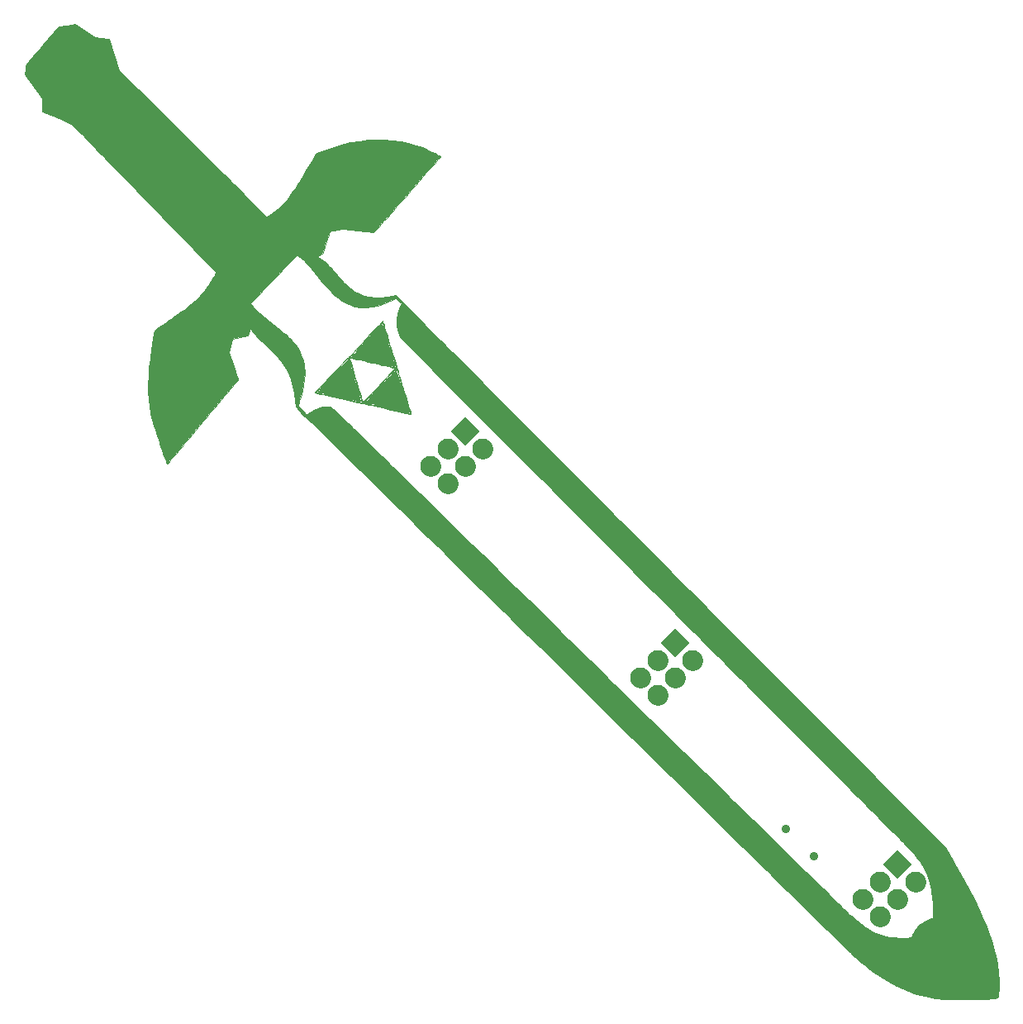
<source format=gbr>
G04 #@! TF.GenerationSoftware,KiCad,Pcbnew,5.1.2*
G04 #@! TF.CreationDate,2019-07-14T10:42:41-05:00*
G04 #@! TF.ProjectId,Master_Sword_(Ocarina_of_Time),4d617374-6572-45f5-9377-6f72645f284f,rev?*
G04 #@! TF.SameCoordinates,Original*
G04 #@! TF.FileFunction,Soldermask,Top*
G04 #@! TF.FilePolarity,Negative*
%FSLAX46Y46*%
G04 Gerber Fmt 4.6, Leading zero omitted, Abs format (unit mm)*
G04 Created by KiCad (PCBNEW 5.1.2) date 2019-07-14 10:42:41*
%MOMM*%
%LPD*%
G04 APERTURE LIST*
%ADD10C,0.010000*%
%ADD11C,6.400000*%
%ADD12C,2.100000*%
%ADD13C,2.100000*%
%ADD14C,0.100000*%
%ADD15C,0.900000*%
%ADD16C,1.300000*%
G04 APERTURE END LIST*
D10*
G36*
X82166020Y-47679978D02*
G01*
X82203862Y-47478058D01*
X82242220Y-47303401D01*
X82276561Y-47174943D01*
X82301913Y-47112177D01*
X82337944Y-47069348D01*
X82424384Y-46968426D01*
X82556168Y-46815278D01*
X82728230Y-46615771D01*
X82935502Y-46375771D01*
X83172919Y-46101146D01*
X83435415Y-45797762D01*
X83717923Y-45471486D01*
X83965259Y-45186010D01*
X85579684Y-43323167D01*
X86413223Y-43189866D01*
X87246761Y-43056565D01*
X88296749Y-43725782D01*
X89346737Y-44395000D01*
X89933952Y-44462867D01*
X90159593Y-44489381D01*
X90365396Y-44514362D01*
X90531470Y-44535338D01*
X90637925Y-44549840D01*
X90652003Y-44552020D01*
X90782840Y-44573306D01*
X91791166Y-47795872D01*
X98204666Y-54153863D01*
X98838752Y-54782434D01*
X99466505Y-55404674D01*
X100084485Y-56017176D01*
X100689252Y-56616533D01*
X101277367Y-57199336D01*
X101845388Y-57762178D01*
X102389877Y-58301650D01*
X102907392Y-58814346D01*
X103394494Y-59296858D01*
X103847743Y-59745778D01*
X104263698Y-60157697D01*
X104638920Y-60529210D01*
X104969968Y-60856906D01*
X105253403Y-61137380D01*
X105485784Y-61367223D01*
X105663671Y-61543027D01*
X105746889Y-61625172D01*
X106875613Y-62738490D01*
X107059223Y-62645120D01*
X107358779Y-62471433D01*
X107686856Y-62244417D01*
X108023403Y-61980092D01*
X108348371Y-61694479D01*
X108641712Y-61403598D01*
X108720878Y-61317335D01*
X108878634Y-61137567D01*
X109029950Y-60956835D01*
X109179372Y-60768330D01*
X109331446Y-60565244D01*
X109490716Y-60340767D01*
X109661729Y-60088092D01*
X109849030Y-59800409D01*
X110057164Y-59470910D01*
X110290678Y-59092786D01*
X110554116Y-58659228D01*
X110852025Y-58163429D01*
X111068323Y-57801167D01*
X111224492Y-57541673D01*
X111385567Y-57278513D01*
X111539628Y-57030846D01*
X111674757Y-56817832D01*
X111779035Y-56658632D01*
X111779348Y-56658167D01*
X112036270Y-56277167D01*
X112557732Y-56070982D01*
X113553655Y-55704703D01*
X114516234Y-55407966D01*
X115456714Y-55178341D01*
X116386341Y-55013395D01*
X117316361Y-54910697D01*
X118109894Y-54870667D01*
X118983670Y-54874034D01*
X119808137Y-54929856D01*
X120602972Y-55041502D01*
X121387853Y-55212346D01*
X122182459Y-55445756D01*
X122842666Y-55681442D01*
X122986539Y-55740379D01*
X123172609Y-55822329D01*
X123388471Y-55921226D01*
X123621719Y-56031003D01*
X123859949Y-56145594D01*
X124090755Y-56258932D01*
X124301732Y-56364951D01*
X124480475Y-56457585D01*
X124614578Y-56530766D01*
X124691638Y-56578429D01*
X124705333Y-56592337D01*
X124677889Y-56626780D01*
X124597879Y-56720703D01*
X124468789Y-56870125D01*
X124294102Y-57071068D01*
X124077304Y-57319554D01*
X123821879Y-57611604D01*
X123531312Y-57943239D01*
X123209088Y-58310480D01*
X122858690Y-58709348D01*
X122483604Y-59135866D01*
X122087315Y-59586054D01*
X121673306Y-60055933D01*
X121456250Y-60302112D01*
X121030605Y-60784761D01*
X120618163Y-61252453D01*
X120222665Y-61700944D01*
X119847853Y-62125990D01*
X119497470Y-62523348D01*
X119175255Y-62888774D01*
X118884953Y-63218025D01*
X118630303Y-63506855D01*
X118415049Y-63751023D01*
X118242931Y-63946284D01*
X118117691Y-64088394D01*
X118043072Y-64173109D01*
X118027276Y-64191068D01*
X117847385Y-64395862D01*
X116276031Y-64213521D01*
X114704676Y-64031181D01*
X114071269Y-64131328D01*
X113846119Y-64169199D01*
X113648649Y-64206680D01*
X113495010Y-64240378D01*
X113401353Y-64266902D01*
X113382569Y-64275988D01*
X113352640Y-64329956D01*
X113305091Y-64450884D01*
X113245051Y-64624177D01*
X113177652Y-64835243D01*
X113128787Y-64997834D01*
X113050361Y-65264433D01*
X112968719Y-65540212D01*
X112891738Y-65798676D01*
X112827295Y-66013327D01*
X112806127Y-66083176D01*
X112681957Y-66491185D01*
X112401452Y-66673941D01*
X112263275Y-66766082D01*
X112186961Y-66825801D01*
X112162356Y-66865190D01*
X112179305Y-66896343D01*
X112200723Y-66912989D01*
X112463092Y-67101095D01*
X112691396Y-67272952D01*
X112897293Y-67439559D01*
X113092444Y-67611911D01*
X113288507Y-67801007D01*
X113497142Y-68017843D01*
X113730010Y-68273417D01*
X113998768Y-68578726D01*
X114142358Y-68744334D01*
X114504819Y-69155506D01*
X114828888Y-69504015D01*
X115123368Y-69797493D01*
X115397060Y-70043573D01*
X115658766Y-70249884D01*
X115917288Y-70424060D01*
X116181428Y-70573730D01*
X116345548Y-70654608D01*
X116850315Y-70847353D01*
X117405039Y-70978121D01*
X118001329Y-71046283D01*
X118630794Y-71051211D01*
X119285043Y-70992279D01*
X119764729Y-70910363D01*
X120136958Y-70834377D01*
X124404356Y-75112772D01*
X124652597Y-75361691D01*
X124958820Y-75668816D01*
X125321254Y-76032369D01*
X125738127Y-76450573D01*
X126207668Y-76921649D01*
X126728105Y-77443821D01*
X127297668Y-78015310D01*
X127914586Y-78634339D01*
X128577086Y-79299130D01*
X129283398Y-80007906D01*
X130031750Y-80758888D01*
X130820371Y-81550300D01*
X131647491Y-82380363D01*
X132511337Y-83247300D01*
X133410138Y-84149333D01*
X134342124Y-85084684D01*
X135305522Y-86051577D01*
X136298563Y-87048232D01*
X137319473Y-88072873D01*
X138366483Y-89123722D01*
X139437820Y-90199000D01*
X140531714Y-91296932D01*
X141646394Y-92415738D01*
X142780087Y-93553641D01*
X143931024Y-94708864D01*
X145097432Y-95879628D01*
X146277540Y-97064156D01*
X147469577Y-98260671D01*
X148671773Y-99467395D01*
X149882354Y-100682550D01*
X151099551Y-101904358D01*
X152321592Y-103131042D01*
X152568394Y-103378783D01*
X176465034Y-127366398D01*
X177037477Y-128355449D01*
X177656092Y-129436758D01*
X178224005Y-130456190D01*
X178743134Y-131418197D01*
X179215398Y-132327232D01*
X179642718Y-133187745D01*
X180027010Y-134004189D01*
X180370196Y-134781015D01*
X180674192Y-135522676D01*
X180940919Y-136233623D01*
X181172295Y-136918307D01*
X181370240Y-137581181D01*
X181536671Y-138226697D01*
X181673509Y-138859306D01*
X181752047Y-139292834D01*
X181802410Y-139634218D01*
X181846113Y-140007772D01*
X181882114Y-140396500D01*
X181909367Y-140783402D01*
X181926829Y-141151483D01*
X181933455Y-141483743D01*
X181928201Y-141763185D01*
X181914578Y-141938667D01*
X181904971Y-142031821D01*
X181891438Y-142179414D01*
X181876712Y-142351483D01*
X181874976Y-142372584D01*
X181854058Y-142558179D01*
X181827412Y-142665455D01*
X181793472Y-142700655D01*
X181792750Y-142700667D01*
X181728959Y-142734370D01*
X181716055Y-142756269D01*
X181663072Y-142787178D01*
X181533139Y-142817368D01*
X181333974Y-142846344D01*
X181073292Y-142873611D01*
X180758810Y-142898676D01*
X180398244Y-142921042D01*
X179999313Y-142940217D01*
X179569731Y-142955705D01*
X179117216Y-142967011D01*
X178649484Y-142973642D01*
X178299333Y-142975247D01*
X177795443Y-142974070D01*
X177361914Y-142969483D01*
X176984476Y-142960523D01*
X176648859Y-142946229D01*
X176340792Y-142925637D01*
X176046006Y-142897786D01*
X175750230Y-142861712D01*
X175439195Y-142816454D01*
X175098629Y-142761048D01*
X175082000Y-142758236D01*
X174430407Y-142634957D01*
X173808875Y-142489131D01*
X173209261Y-142316782D01*
X172623424Y-142113933D01*
X172043220Y-141876607D01*
X172027779Y-141869300D01*
X172027779Y-136640178D01*
X172467716Y-136635214D01*
X172918217Y-136619874D01*
X173360968Y-136594548D01*
X173777655Y-136559624D01*
X174102534Y-136522031D01*
X174335053Y-136490047D01*
X174543911Y-136460006D01*
X174711869Y-136434486D01*
X174821687Y-136416066D01*
X174849316Y-136410347D01*
X174889244Y-136394678D01*
X174919491Y-136361578D01*
X174944050Y-136297195D01*
X174966918Y-136187676D01*
X174992088Y-136019169D01*
X175017070Y-135828658D01*
X175102086Y-135039902D01*
X175151861Y-134284014D01*
X175165983Y-133573547D01*
X175144040Y-132921055D01*
X175121667Y-132643270D01*
X175002244Y-131795803D01*
X174812350Y-130993286D01*
X174550134Y-130231076D01*
X174213747Y-129504527D01*
X173801336Y-128808995D01*
X173343503Y-128180334D01*
X173324604Y-128157503D01*
X173298513Y-128127577D01*
X173264305Y-128089626D01*
X173221057Y-128042723D01*
X173167845Y-127985939D01*
X173103744Y-127918344D01*
X173027831Y-127839010D01*
X172939182Y-127747009D01*
X172836873Y-127641411D01*
X172719980Y-127521288D01*
X172587578Y-127385711D01*
X172438745Y-127233752D01*
X172272557Y-127064481D01*
X172088088Y-126876971D01*
X171884416Y-126670291D01*
X171660617Y-126443514D01*
X171415765Y-126195711D01*
X171148939Y-125925953D01*
X170859213Y-125633311D01*
X170545664Y-125316857D01*
X170207368Y-124975662D01*
X169843401Y-124608797D01*
X169452839Y-124215333D01*
X169034757Y-123794342D01*
X168588233Y-123344894D01*
X168112343Y-122866062D01*
X167606161Y-122356917D01*
X167068765Y-121816529D01*
X166499230Y-121243970D01*
X165896633Y-120638312D01*
X165260050Y-119998625D01*
X164588556Y-119323981D01*
X163881228Y-118613451D01*
X163137142Y-117866107D01*
X162355373Y-117081019D01*
X161534999Y-116257259D01*
X160675095Y-115393898D01*
X159774737Y-114490008D01*
X158833001Y-113544659D01*
X157848963Y-112556923D01*
X156821700Y-111525872D01*
X155750287Y-110450576D01*
X154633801Y-109330107D01*
X153471318Y-108163537D01*
X152261913Y-106949935D01*
X151004662Y-105688374D01*
X149698643Y-104377925D01*
X148342931Y-103017659D01*
X146936601Y-101606648D01*
X145478731Y-100143962D01*
X143968395Y-98628674D01*
X142404671Y-97059853D01*
X140786635Y-95436573D01*
X139113361Y-93757903D01*
X137383927Y-92022915D01*
X135597409Y-90230680D01*
X133752882Y-88380270D01*
X132008329Y-86630167D01*
X120614538Y-75200167D01*
X120479498Y-74861500D01*
X120314949Y-74345111D01*
X120232477Y-73824673D01*
X120232174Y-73296723D01*
X120314133Y-72757798D01*
X120478447Y-72204437D01*
X120555868Y-72005649D01*
X120686233Y-71689797D01*
X120393768Y-71397332D01*
X120101302Y-71104867D01*
X119577568Y-71360859D01*
X118912344Y-71653867D01*
X118274635Y-71868381D01*
X117661258Y-72004811D01*
X117069031Y-72063570D01*
X116494769Y-72045068D01*
X115935292Y-71949716D01*
X115646000Y-71868901D01*
X115386260Y-71771024D01*
X115088866Y-71634131D01*
X114781714Y-71472792D01*
X114492701Y-71301578D01*
X114270166Y-71150350D01*
X114021136Y-70948370D01*
X113733016Y-70683821D01*
X113413431Y-70364745D01*
X113070007Y-69999185D01*
X112710370Y-69595183D01*
X112342147Y-69160782D01*
X112089168Y-68850167D01*
X111735917Y-68414350D01*
X111425301Y-68042454D01*
X111151933Y-67728673D01*
X110910427Y-67467196D01*
X110695396Y-67252216D01*
X110501453Y-67077925D01*
X110323211Y-66938514D01*
X110302822Y-66923995D01*
X110173280Y-66830030D01*
X110077056Y-66755083D01*
X110029826Y-66711559D01*
X110027655Y-66706224D01*
X110026705Y-66702376D01*
X110009622Y-66715843D01*
X109972988Y-66750129D01*
X109913386Y-66808738D01*
X109827399Y-66895175D01*
X109711608Y-67012943D01*
X109562596Y-67165546D01*
X109376946Y-67356490D01*
X109151240Y-67589277D01*
X108882059Y-67867412D01*
X108565988Y-68194399D01*
X108199607Y-68573742D01*
X107779499Y-69008945D01*
X107565710Y-69230476D01*
X107201921Y-69608111D01*
X106856309Y-69968142D01*
X106533239Y-70305945D01*
X106237075Y-70616900D01*
X105972179Y-70896383D01*
X105742916Y-71139772D01*
X105553649Y-71342444D01*
X105408742Y-71499779D01*
X105312559Y-71607153D01*
X105269464Y-71659944D01*
X105267686Y-71664642D01*
X105306103Y-71706077D01*
X105382185Y-71797185D01*
X105481674Y-71920763D01*
X105516085Y-71964305D01*
X105773452Y-72261720D01*
X106104842Y-72594298D01*
X106508155Y-72960134D01*
X106981291Y-73357325D01*
X107519128Y-73781643D01*
X107952851Y-74117395D01*
X108324862Y-74411807D01*
X108642911Y-74671955D01*
X108914743Y-74904914D01*
X109148107Y-75117760D01*
X109350750Y-75317567D01*
X109530419Y-75511411D01*
X109694861Y-75706368D01*
X109851824Y-75909512D01*
X109857491Y-75917144D01*
X110184179Y-76412635D01*
X110436545Y-76921760D01*
X110617954Y-77455202D01*
X110731769Y-78023646D01*
X110781355Y-78637774D01*
X110784176Y-78860147D01*
X110760174Y-79436945D01*
X110689707Y-80017143D01*
X110569753Y-80617122D01*
X110397291Y-81253266D01*
X110268403Y-81656000D01*
X110104697Y-82142834D01*
X110557598Y-82596539D01*
X111010500Y-83050244D01*
X111306833Y-82855896D01*
X111760312Y-82588007D01*
X112194460Y-82390773D01*
X112605002Y-82265403D01*
X112987665Y-82213104D01*
X113338173Y-82235084D01*
X113431990Y-82255221D01*
X113445651Y-82260412D01*
X113464463Y-82270974D01*
X113489615Y-82288067D01*
X113522297Y-82312850D01*
X113563698Y-82346484D01*
X113615007Y-82390126D01*
X113677412Y-82444938D01*
X113752105Y-82512077D01*
X113840273Y-82592704D01*
X113943106Y-82687977D01*
X114061792Y-82799057D01*
X114197523Y-82927103D01*
X114351485Y-83073274D01*
X114524870Y-83238729D01*
X114718865Y-83424628D01*
X114934661Y-83632131D01*
X115173446Y-83862396D01*
X115436410Y-84116583D01*
X115724741Y-84395853D01*
X116039630Y-84701363D01*
X116382265Y-85034273D01*
X116753835Y-85395743D01*
X117155530Y-85786933D01*
X117588539Y-86209001D01*
X118054051Y-86663107D01*
X118553255Y-87150410D01*
X119087342Y-87672070D01*
X119657498Y-88229247D01*
X120264915Y-88823099D01*
X120910781Y-89454787D01*
X121596286Y-90125468D01*
X122322618Y-90836304D01*
X123090967Y-91588453D01*
X123902523Y-92383075D01*
X124758473Y-93221329D01*
X125660008Y-94104374D01*
X126608317Y-95033370D01*
X127604589Y-96009477D01*
X128650013Y-97033853D01*
X129745779Y-98107659D01*
X130893075Y-99232053D01*
X132093091Y-100408195D01*
X133347016Y-101637245D01*
X134656039Y-102920361D01*
X136021350Y-104258703D01*
X137444138Y-105653432D01*
X138925591Y-107105705D01*
X139686820Y-107851950D01*
X140943473Y-109083867D01*
X142186357Y-110302267D01*
X143414058Y-111505768D01*
X144625163Y-112692984D01*
X145818260Y-113862530D01*
X146991935Y-115013021D01*
X148144775Y-116143074D01*
X149275368Y-117251303D01*
X150382300Y-118336323D01*
X151464159Y-119396750D01*
X152519532Y-120431199D01*
X153547006Y-121438285D01*
X154545168Y-122416624D01*
X155512604Y-123364831D01*
X156447904Y-124281520D01*
X157349652Y-125165309D01*
X158216437Y-126014811D01*
X159046845Y-126828642D01*
X159839463Y-127605417D01*
X160592880Y-128343752D01*
X161305681Y-129042261D01*
X161976454Y-129699561D01*
X162603786Y-130314266D01*
X163186263Y-130884992D01*
X163722474Y-131410354D01*
X164211005Y-131888967D01*
X164650444Y-132319446D01*
X165039376Y-132700408D01*
X165376390Y-133030466D01*
X165660073Y-133308237D01*
X165889011Y-133532335D01*
X166061793Y-133701376D01*
X166177003Y-133813976D01*
X166233231Y-133868748D01*
X166234333Y-133869813D01*
X166564463Y-134179558D01*
X166929139Y-134506263D01*
X167306516Y-134831199D01*
X167674750Y-135135636D01*
X168011998Y-135400847D01*
X168079430Y-135451744D01*
X168564947Y-135784769D01*
X169051840Y-136054321D01*
X169557478Y-136267270D01*
X170099230Y-136430485D01*
X170694465Y-136550837D01*
X170954500Y-136588924D01*
X171252857Y-136617422D01*
X171616722Y-136634377D01*
X172027779Y-136640178D01*
X172027779Y-141869300D01*
X171460508Y-141600829D01*
X170867145Y-141282621D01*
X170254990Y-140918009D01*
X169615899Y-140503014D01*
X168941732Y-140033662D01*
X168224344Y-139505975D01*
X167867953Y-139235166D01*
X167828277Y-139204288D01*
X167785108Y-139169658D01*
X167737283Y-139130135D01*
X167683636Y-139084578D01*
X167623005Y-139031847D01*
X167554224Y-138970800D01*
X167476130Y-138900297D01*
X167387560Y-138819196D01*
X167287348Y-138726357D01*
X167174331Y-138620639D01*
X167047345Y-138500900D01*
X166905225Y-138366000D01*
X166746809Y-138214798D01*
X166570931Y-138046153D01*
X166376428Y-137858924D01*
X166162135Y-137651970D01*
X165926889Y-137424150D01*
X165669526Y-137174324D01*
X165388881Y-136901349D01*
X165083791Y-136604086D01*
X164753091Y-136281394D01*
X164395617Y-135932131D01*
X164010206Y-135555156D01*
X163595694Y-135149329D01*
X163150915Y-134713509D01*
X162674708Y-134246554D01*
X162165906Y-133747324D01*
X161623346Y-133214679D01*
X161045865Y-132647475D01*
X160432298Y-132044574D01*
X159781481Y-131404834D01*
X159092250Y-130727115D01*
X158363441Y-130010274D01*
X157593891Y-129253171D01*
X156782434Y-128454666D01*
X155927907Y-127613618D01*
X155029146Y-126728884D01*
X154084987Y-125799325D01*
X153094266Y-124823800D01*
X152055819Y-123801168D01*
X150968482Y-122730287D01*
X149831090Y-121610016D01*
X148642480Y-120439216D01*
X147401488Y-119216745D01*
X146106949Y-117941461D01*
X144757700Y-116612225D01*
X143352577Y-115227895D01*
X141890415Y-113787329D01*
X140370050Y-112289388D01*
X139106635Y-111044588D01*
X137806353Y-109763530D01*
X136520654Y-108496984D01*
X135250864Y-107246256D01*
X133998311Y-106012647D01*
X132764321Y-104797463D01*
X131550221Y-103602007D01*
X130357337Y-102427583D01*
X129186997Y-101275496D01*
X128040526Y-100147048D01*
X126919252Y-99043544D01*
X125824500Y-97966288D01*
X124757599Y-96916584D01*
X123719875Y-95895735D01*
X122712653Y-94905046D01*
X121737262Y-93945820D01*
X120795027Y-93019362D01*
X119887275Y-92126975D01*
X119015334Y-91269963D01*
X118180529Y-90449630D01*
X117384188Y-89667280D01*
X116627636Y-88924217D01*
X115912201Y-88221744D01*
X115239210Y-87561167D01*
X114609989Y-86943788D01*
X114025865Y-86370911D01*
X113488164Y-85843841D01*
X112998213Y-85363881D01*
X112557339Y-84932335D01*
X112166869Y-84550508D01*
X111828129Y-84219703D01*
X111542446Y-83941223D01*
X111311146Y-83716373D01*
X111135557Y-83546457D01*
X111017005Y-83432779D01*
X110956816Y-83376643D01*
X110949107Y-83370500D01*
X110899693Y-83340158D01*
X110805217Y-83255901D01*
X110675964Y-83127883D01*
X110522222Y-82966258D01*
X110370124Y-82799000D01*
X109860898Y-82227500D01*
X109808724Y-81681993D01*
X109703163Y-80857940D01*
X109549127Y-80098831D01*
X109344247Y-79398597D01*
X109086152Y-78751169D01*
X108772475Y-78150479D01*
X108400843Y-77590457D01*
X108034588Y-77138445D01*
X107937008Y-77034955D01*
X107787885Y-76885890D01*
X107598663Y-76702252D01*
X107380785Y-76495043D01*
X107145695Y-76275266D01*
X106938830Y-76084916D01*
X106477337Y-75652774D01*
X106080822Y-75258538D01*
X105751044Y-74904083D01*
X105489767Y-74591289D01*
X105329975Y-74370386D01*
X105262952Y-74275706D01*
X105216503Y-74222298D01*
X105205718Y-74217504D01*
X105189514Y-74261848D01*
X105157611Y-74369210D01*
X105115521Y-74520645D01*
X105091587Y-74609948D01*
X104991348Y-74988500D01*
X103348166Y-75284834D01*
X103209845Y-75981379D01*
X103071523Y-76677923D01*
X103519162Y-78048509D01*
X103624524Y-78373220D01*
X103720304Y-78672486D01*
X103803557Y-78936780D01*
X103871334Y-79156570D01*
X103920688Y-79322328D01*
X103948672Y-79424524D01*
X103953817Y-79453869D01*
X103925340Y-79490430D01*
X103846187Y-79587134D01*
X103720231Y-79739372D01*
X103551344Y-79942533D01*
X103343397Y-80192007D01*
X103100262Y-80483183D01*
X102825812Y-80811452D01*
X102523918Y-81172202D01*
X102198452Y-81560825D01*
X101853286Y-81972708D01*
X101492291Y-82403243D01*
X101119340Y-82847818D01*
X100738305Y-83301825D01*
X100353057Y-83760651D01*
X99967469Y-84219687D01*
X99585411Y-84674324D01*
X99210757Y-85119949D01*
X98847378Y-85551954D01*
X98499145Y-85965728D01*
X98169932Y-86356661D01*
X97863608Y-86720142D01*
X97584048Y-87051561D01*
X97335122Y-87346308D01*
X97120701Y-87599773D01*
X96944660Y-87807345D01*
X96810868Y-87964414D01*
X96723198Y-88066369D01*
X96685522Y-88108602D01*
X96684536Y-88109442D01*
X96664001Y-88075584D01*
X96620627Y-87969655D01*
X96557278Y-87800258D01*
X96476819Y-87575993D01*
X96382113Y-87305461D01*
X96276026Y-86997262D01*
X96161420Y-86659999D01*
X96041162Y-86302271D01*
X95918114Y-85932680D01*
X95795142Y-85559827D01*
X95675109Y-85192312D01*
X95560880Y-84838737D01*
X95455320Y-84507702D01*
X95361292Y-84207809D01*
X95281661Y-83947658D01*
X95219291Y-83735851D01*
X95178973Y-83588558D01*
X95019169Y-82889511D01*
X94896518Y-82181747D01*
X94811100Y-81457855D01*
X94762995Y-80710421D01*
X94752286Y-79932030D01*
X94779053Y-79115272D01*
X94843379Y-78252731D01*
X94945343Y-77336996D01*
X95085027Y-76360652D01*
X95262513Y-75316288D01*
X95270039Y-75274966D01*
X95426419Y-74418432D01*
X95873626Y-74085544D01*
X96028964Y-73972086D01*
X96239992Y-73821126D01*
X96492373Y-73642749D01*
X96771771Y-73447039D01*
X97063847Y-73244082D01*
X97354265Y-73043962D01*
X97358000Y-73041401D01*
X97767490Y-72759225D01*
X98116732Y-72515200D01*
X98416452Y-72301305D01*
X98677372Y-72109524D01*
X98910216Y-71931836D01*
X99125707Y-71760223D01*
X99334571Y-71586667D01*
X99539438Y-71410222D01*
X100077451Y-70894618D01*
X100570542Y-70330497D01*
X101007716Y-69732372D01*
X101377977Y-69114753D01*
X101565313Y-68736756D01*
X101707821Y-68424044D01*
X95230557Y-61800272D01*
X94601336Y-61156805D01*
X93980033Y-60521407D01*
X93369871Y-59897376D01*
X92774074Y-59288010D01*
X92195867Y-58696607D01*
X91638471Y-58126465D01*
X91105111Y-57580882D01*
X90599011Y-57063155D01*
X90123394Y-56576582D01*
X89681484Y-56124462D01*
X89276504Y-55710091D01*
X88911679Y-55336769D01*
X88590230Y-55007792D01*
X88315384Y-54726459D01*
X88090362Y-54496068D01*
X87918388Y-54319916D01*
X87810917Y-54209745D01*
X86868541Y-53242990D01*
X85392854Y-52640565D01*
X83917166Y-52038140D01*
X83917166Y-50623555D01*
X82079046Y-48184455D01*
X82166020Y-47679978D01*
X82166020Y-47679978D01*
G37*
X82166020Y-47679978D02*
X82203862Y-47478058D01*
X82242220Y-47303401D01*
X82276561Y-47174943D01*
X82301913Y-47112177D01*
X82337944Y-47069348D01*
X82424384Y-46968426D01*
X82556168Y-46815278D01*
X82728230Y-46615771D01*
X82935502Y-46375771D01*
X83172919Y-46101146D01*
X83435415Y-45797762D01*
X83717923Y-45471486D01*
X83965259Y-45186010D01*
X85579684Y-43323167D01*
X86413223Y-43189866D01*
X87246761Y-43056565D01*
X88296749Y-43725782D01*
X89346737Y-44395000D01*
X89933952Y-44462867D01*
X90159593Y-44489381D01*
X90365396Y-44514362D01*
X90531470Y-44535338D01*
X90637925Y-44549840D01*
X90652003Y-44552020D01*
X90782840Y-44573306D01*
X91791166Y-47795872D01*
X98204666Y-54153863D01*
X98838752Y-54782434D01*
X99466505Y-55404674D01*
X100084485Y-56017176D01*
X100689252Y-56616533D01*
X101277367Y-57199336D01*
X101845388Y-57762178D01*
X102389877Y-58301650D01*
X102907392Y-58814346D01*
X103394494Y-59296858D01*
X103847743Y-59745778D01*
X104263698Y-60157697D01*
X104638920Y-60529210D01*
X104969968Y-60856906D01*
X105253403Y-61137380D01*
X105485784Y-61367223D01*
X105663671Y-61543027D01*
X105746889Y-61625172D01*
X106875613Y-62738490D01*
X107059223Y-62645120D01*
X107358779Y-62471433D01*
X107686856Y-62244417D01*
X108023403Y-61980092D01*
X108348371Y-61694479D01*
X108641712Y-61403598D01*
X108720878Y-61317335D01*
X108878634Y-61137567D01*
X109029950Y-60956835D01*
X109179372Y-60768330D01*
X109331446Y-60565244D01*
X109490716Y-60340767D01*
X109661729Y-60088092D01*
X109849030Y-59800409D01*
X110057164Y-59470910D01*
X110290678Y-59092786D01*
X110554116Y-58659228D01*
X110852025Y-58163429D01*
X111068323Y-57801167D01*
X111224492Y-57541673D01*
X111385567Y-57278513D01*
X111539628Y-57030846D01*
X111674757Y-56817832D01*
X111779035Y-56658632D01*
X111779348Y-56658167D01*
X112036270Y-56277167D01*
X112557732Y-56070982D01*
X113553655Y-55704703D01*
X114516234Y-55407966D01*
X115456714Y-55178341D01*
X116386341Y-55013395D01*
X117316361Y-54910697D01*
X118109894Y-54870667D01*
X118983670Y-54874034D01*
X119808137Y-54929856D01*
X120602972Y-55041502D01*
X121387853Y-55212346D01*
X122182459Y-55445756D01*
X122842666Y-55681442D01*
X122986539Y-55740379D01*
X123172609Y-55822329D01*
X123388471Y-55921226D01*
X123621719Y-56031003D01*
X123859949Y-56145594D01*
X124090755Y-56258932D01*
X124301732Y-56364951D01*
X124480475Y-56457585D01*
X124614578Y-56530766D01*
X124691638Y-56578429D01*
X124705333Y-56592337D01*
X124677889Y-56626780D01*
X124597879Y-56720703D01*
X124468789Y-56870125D01*
X124294102Y-57071068D01*
X124077304Y-57319554D01*
X123821879Y-57611604D01*
X123531312Y-57943239D01*
X123209088Y-58310480D01*
X122858690Y-58709348D01*
X122483604Y-59135866D01*
X122087315Y-59586054D01*
X121673306Y-60055933D01*
X121456250Y-60302112D01*
X121030605Y-60784761D01*
X120618163Y-61252453D01*
X120222665Y-61700944D01*
X119847853Y-62125990D01*
X119497470Y-62523348D01*
X119175255Y-62888774D01*
X118884953Y-63218025D01*
X118630303Y-63506855D01*
X118415049Y-63751023D01*
X118242931Y-63946284D01*
X118117691Y-64088394D01*
X118043072Y-64173109D01*
X118027276Y-64191068D01*
X117847385Y-64395862D01*
X116276031Y-64213521D01*
X114704676Y-64031181D01*
X114071269Y-64131328D01*
X113846119Y-64169199D01*
X113648649Y-64206680D01*
X113495010Y-64240378D01*
X113401353Y-64266902D01*
X113382569Y-64275988D01*
X113352640Y-64329956D01*
X113305091Y-64450884D01*
X113245051Y-64624177D01*
X113177652Y-64835243D01*
X113128787Y-64997834D01*
X113050361Y-65264433D01*
X112968719Y-65540212D01*
X112891738Y-65798676D01*
X112827295Y-66013327D01*
X112806127Y-66083176D01*
X112681957Y-66491185D01*
X112401452Y-66673941D01*
X112263275Y-66766082D01*
X112186961Y-66825801D01*
X112162356Y-66865190D01*
X112179305Y-66896343D01*
X112200723Y-66912989D01*
X112463092Y-67101095D01*
X112691396Y-67272952D01*
X112897293Y-67439559D01*
X113092444Y-67611911D01*
X113288507Y-67801007D01*
X113497142Y-68017843D01*
X113730010Y-68273417D01*
X113998768Y-68578726D01*
X114142358Y-68744334D01*
X114504819Y-69155506D01*
X114828888Y-69504015D01*
X115123368Y-69797493D01*
X115397060Y-70043573D01*
X115658766Y-70249884D01*
X115917288Y-70424060D01*
X116181428Y-70573730D01*
X116345548Y-70654608D01*
X116850315Y-70847353D01*
X117405039Y-70978121D01*
X118001329Y-71046283D01*
X118630794Y-71051211D01*
X119285043Y-70992279D01*
X119764729Y-70910363D01*
X120136958Y-70834377D01*
X124404356Y-75112772D01*
X124652597Y-75361691D01*
X124958820Y-75668816D01*
X125321254Y-76032369D01*
X125738127Y-76450573D01*
X126207668Y-76921649D01*
X126728105Y-77443821D01*
X127297668Y-78015310D01*
X127914586Y-78634339D01*
X128577086Y-79299130D01*
X129283398Y-80007906D01*
X130031750Y-80758888D01*
X130820371Y-81550300D01*
X131647491Y-82380363D01*
X132511337Y-83247300D01*
X133410138Y-84149333D01*
X134342124Y-85084684D01*
X135305522Y-86051577D01*
X136298563Y-87048232D01*
X137319473Y-88072873D01*
X138366483Y-89123722D01*
X139437820Y-90199000D01*
X140531714Y-91296932D01*
X141646394Y-92415738D01*
X142780087Y-93553641D01*
X143931024Y-94708864D01*
X145097432Y-95879628D01*
X146277540Y-97064156D01*
X147469577Y-98260671D01*
X148671773Y-99467395D01*
X149882354Y-100682550D01*
X151099551Y-101904358D01*
X152321592Y-103131042D01*
X152568394Y-103378783D01*
X176465034Y-127366398D01*
X177037477Y-128355449D01*
X177656092Y-129436758D01*
X178224005Y-130456190D01*
X178743134Y-131418197D01*
X179215398Y-132327232D01*
X179642718Y-133187745D01*
X180027010Y-134004189D01*
X180370196Y-134781015D01*
X180674192Y-135522676D01*
X180940919Y-136233623D01*
X181172295Y-136918307D01*
X181370240Y-137581181D01*
X181536671Y-138226697D01*
X181673509Y-138859306D01*
X181752047Y-139292834D01*
X181802410Y-139634218D01*
X181846113Y-140007772D01*
X181882114Y-140396500D01*
X181909367Y-140783402D01*
X181926829Y-141151483D01*
X181933455Y-141483743D01*
X181928201Y-141763185D01*
X181914578Y-141938667D01*
X181904971Y-142031821D01*
X181891438Y-142179414D01*
X181876712Y-142351483D01*
X181874976Y-142372584D01*
X181854058Y-142558179D01*
X181827412Y-142665455D01*
X181793472Y-142700655D01*
X181792750Y-142700667D01*
X181728959Y-142734370D01*
X181716055Y-142756269D01*
X181663072Y-142787178D01*
X181533139Y-142817368D01*
X181333974Y-142846344D01*
X181073292Y-142873611D01*
X180758810Y-142898676D01*
X180398244Y-142921042D01*
X179999313Y-142940217D01*
X179569731Y-142955705D01*
X179117216Y-142967011D01*
X178649484Y-142973642D01*
X178299333Y-142975247D01*
X177795443Y-142974070D01*
X177361914Y-142969483D01*
X176984476Y-142960523D01*
X176648859Y-142946229D01*
X176340792Y-142925637D01*
X176046006Y-142897786D01*
X175750230Y-142861712D01*
X175439195Y-142816454D01*
X175098629Y-142761048D01*
X175082000Y-142758236D01*
X174430407Y-142634957D01*
X173808875Y-142489131D01*
X173209261Y-142316782D01*
X172623424Y-142113933D01*
X172043220Y-141876607D01*
X172027779Y-141869300D01*
X172027779Y-136640178D01*
X172467716Y-136635214D01*
X172918217Y-136619874D01*
X173360968Y-136594548D01*
X173777655Y-136559624D01*
X174102534Y-136522031D01*
X174335053Y-136490047D01*
X174543911Y-136460006D01*
X174711869Y-136434486D01*
X174821687Y-136416066D01*
X174849316Y-136410347D01*
X174889244Y-136394678D01*
X174919491Y-136361578D01*
X174944050Y-136297195D01*
X174966918Y-136187676D01*
X174992088Y-136019169D01*
X175017070Y-135828658D01*
X175102086Y-135039902D01*
X175151861Y-134284014D01*
X175165983Y-133573547D01*
X175144040Y-132921055D01*
X175121667Y-132643270D01*
X175002244Y-131795803D01*
X174812350Y-130993286D01*
X174550134Y-130231076D01*
X174213747Y-129504527D01*
X173801336Y-128808995D01*
X173343503Y-128180334D01*
X173324604Y-128157503D01*
X173298513Y-128127577D01*
X173264305Y-128089626D01*
X173221057Y-128042723D01*
X173167845Y-127985939D01*
X173103744Y-127918344D01*
X173027831Y-127839010D01*
X172939182Y-127747009D01*
X172836873Y-127641411D01*
X172719980Y-127521288D01*
X172587578Y-127385711D01*
X172438745Y-127233752D01*
X172272557Y-127064481D01*
X172088088Y-126876971D01*
X171884416Y-126670291D01*
X171660617Y-126443514D01*
X171415765Y-126195711D01*
X171148939Y-125925953D01*
X170859213Y-125633311D01*
X170545664Y-125316857D01*
X170207368Y-124975662D01*
X169843401Y-124608797D01*
X169452839Y-124215333D01*
X169034757Y-123794342D01*
X168588233Y-123344894D01*
X168112343Y-122866062D01*
X167606161Y-122356917D01*
X167068765Y-121816529D01*
X166499230Y-121243970D01*
X165896633Y-120638312D01*
X165260050Y-119998625D01*
X164588556Y-119323981D01*
X163881228Y-118613451D01*
X163137142Y-117866107D01*
X162355373Y-117081019D01*
X161534999Y-116257259D01*
X160675095Y-115393898D01*
X159774737Y-114490008D01*
X158833001Y-113544659D01*
X157848963Y-112556923D01*
X156821700Y-111525872D01*
X155750287Y-110450576D01*
X154633801Y-109330107D01*
X153471318Y-108163537D01*
X152261913Y-106949935D01*
X151004662Y-105688374D01*
X149698643Y-104377925D01*
X148342931Y-103017659D01*
X146936601Y-101606648D01*
X145478731Y-100143962D01*
X143968395Y-98628674D01*
X142404671Y-97059853D01*
X140786635Y-95436573D01*
X139113361Y-93757903D01*
X137383927Y-92022915D01*
X135597409Y-90230680D01*
X133752882Y-88380270D01*
X132008329Y-86630167D01*
X120614538Y-75200167D01*
X120479498Y-74861500D01*
X120314949Y-74345111D01*
X120232477Y-73824673D01*
X120232174Y-73296723D01*
X120314133Y-72757798D01*
X120478447Y-72204437D01*
X120555868Y-72005649D01*
X120686233Y-71689797D01*
X120393768Y-71397332D01*
X120101302Y-71104867D01*
X119577568Y-71360859D01*
X118912344Y-71653867D01*
X118274635Y-71868381D01*
X117661258Y-72004811D01*
X117069031Y-72063570D01*
X116494769Y-72045068D01*
X115935292Y-71949716D01*
X115646000Y-71868901D01*
X115386260Y-71771024D01*
X115088866Y-71634131D01*
X114781714Y-71472792D01*
X114492701Y-71301578D01*
X114270166Y-71150350D01*
X114021136Y-70948370D01*
X113733016Y-70683821D01*
X113413431Y-70364745D01*
X113070007Y-69999185D01*
X112710370Y-69595183D01*
X112342147Y-69160782D01*
X112089168Y-68850167D01*
X111735917Y-68414350D01*
X111425301Y-68042454D01*
X111151933Y-67728673D01*
X110910427Y-67467196D01*
X110695396Y-67252216D01*
X110501453Y-67077925D01*
X110323211Y-66938514D01*
X110302822Y-66923995D01*
X110173280Y-66830030D01*
X110077056Y-66755083D01*
X110029826Y-66711559D01*
X110027655Y-66706224D01*
X110026705Y-66702376D01*
X110009622Y-66715843D01*
X109972988Y-66750129D01*
X109913386Y-66808738D01*
X109827399Y-66895175D01*
X109711608Y-67012943D01*
X109562596Y-67165546D01*
X109376946Y-67356490D01*
X109151240Y-67589277D01*
X108882059Y-67867412D01*
X108565988Y-68194399D01*
X108199607Y-68573742D01*
X107779499Y-69008945D01*
X107565710Y-69230476D01*
X107201921Y-69608111D01*
X106856309Y-69968142D01*
X106533239Y-70305945D01*
X106237075Y-70616900D01*
X105972179Y-70896383D01*
X105742916Y-71139772D01*
X105553649Y-71342444D01*
X105408742Y-71499779D01*
X105312559Y-71607153D01*
X105269464Y-71659944D01*
X105267686Y-71664642D01*
X105306103Y-71706077D01*
X105382185Y-71797185D01*
X105481674Y-71920763D01*
X105516085Y-71964305D01*
X105773452Y-72261720D01*
X106104842Y-72594298D01*
X106508155Y-72960134D01*
X106981291Y-73357325D01*
X107519128Y-73781643D01*
X107952851Y-74117395D01*
X108324862Y-74411807D01*
X108642911Y-74671955D01*
X108914743Y-74904914D01*
X109148107Y-75117760D01*
X109350750Y-75317567D01*
X109530419Y-75511411D01*
X109694861Y-75706368D01*
X109851824Y-75909512D01*
X109857491Y-75917144D01*
X110184179Y-76412635D01*
X110436545Y-76921760D01*
X110617954Y-77455202D01*
X110731769Y-78023646D01*
X110781355Y-78637774D01*
X110784176Y-78860147D01*
X110760174Y-79436945D01*
X110689707Y-80017143D01*
X110569753Y-80617122D01*
X110397291Y-81253266D01*
X110268403Y-81656000D01*
X110104697Y-82142834D01*
X110557598Y-82596539D01*
X111010500Y-83050244D01*
X111306833Y-82855896D01*
X111760312Y-82588007D01*
X112194460Y-82390773D01*
X112605002Y-82265403D01*
X112987665Y-82213104D01*
X113338173Y-82235084D01*
X113431990Y-82255221D01*
X113445651Y-82260412D01*
X113464463Y-82270974D01*
X113489615Y-82288067D01*
X113522297Y-82312850D01*
X113563698Y-82346484D01*
X113615007Y-82390126D01*
X113677412Y-82444938D01*
X113752105Y-82512077D01*
X113840273Y-82592704D01*
X113943106Y-82687977D01*
X114061792Y-82799057D01*
X114197523Y-82927103D01*
X114351485Y-83073274D01*
X114524870Y-83238729D01*
X114718865Y-83424628D01*
X114934661Y-83632131D01*
X115173446Y-83862396D01*
X115436410Y-84116583D01*
X115724741Y-84395853D01*
X116039630Y-84701363D01*
X116382265Y-85034273D01*
X116753835Y-85395743D01*
X117155530Y-85786933D01*
X117588539Y-86209001D01*
X118054051Y-86663107D01*
X118553255Y-87150410D01*
X119087342Y-87672070D01*
X119657498Y-88229247D01*
X120264915Y-88823099D01*
X120910781Y-89454787D01*
X121596286Y-90125468D01*
X122322618Y-90836304D01*
X123090967Y-91588453D01*
X123902523Y-92383075D01*
X124758473Y-93221329D01*
X125660008Y-94104374D01*
X126608317Y-95033370D01*
X127604589Y-96009477D01*
X128650013Y-97033853D01*
X129745779Y-98107659D01*
X130893075Y-99232053D01*
X132093091Y-100408195D01*
X133347016Y-101637245D01*
X134656039Y-102920361D01*
X136021350Y-104258703D01*
X137444138Y-105653432D01*
X138925591Y-107105705D01*
X139686820Y-107851950D01*
X140943473Y-109083867D01*
X142186357Y-110302267D01*
X143414058Y-111505768D01*
X144625163Y-112692984D01*
X145818260Y-113862530D01*
X146991935Y-115013021D01*
X148144775Y-116143074D01*
X149275368Y-117251303D01*
X150382300Y-118336323D01*
X151464159Y-119396750D01*
X152519532Y-120431199D01*
X153547006Y-121438285D01*
X154545168Y-122416624D01*
X155512604Y-123364831D01*
X156447904Y-124281520D01*
X157349652Y-125165309D01*
X158216437Y-126014811D01*
X159046845Y-126828642D01*
X159839463Y-127605417D01*
X160592880Y-128343752D01*
X161305681Y-129042261D01*
X161976454Y-129699561D01*
X162603786Y-130314266D01*
X163186263Y-130884992D01*
X163722474Y-131410354D01*
X164211005Y-131888967D01*
X164650444Y-132319446D01*
X165039376Y-132700408D01*
X165376390Y-133030466D01*
X165660073Y-133308237D01*
X165889011Y-133532335D01*
X166061793Y-133701376D01*
X166177003Y-133813976D01*
X166233231Y-133868748D01*
X166234333Y-133869813D01*
X166564463Y-134179558D01*
X166929139Y-134506263D01*
X167306516Y-134831199D01*
X167674750Y-135135636D01*
X168011998Y-135400847D01*
X168079430Y-135451744D01*
X168564947Y-135784769D01*
X169051840Y-136054321D01*
X169557478Y-136267270D01*
X170099230Y-136430485D01*
X170694465Y-136550837D01*
X170954500Y-136588924D01*
X171252857Y-136617422D01*
X171616722Y-136634377D01*
X172027779Y-136640178D01*
X172027779Y-141869300D01*
X171460508Y-141600829D01*
X170867145Y-141282621D01*
X170254990Y-140918009D01*
X169615899Y-140503014D01*
X168941732Y-140033662D01*
X168224344Y-139505975D01*
X167867953Y-139235166D01*
X167828277Y-139204288D01*
X167785108Y-139169658D01*
X167737283Y-139130135D01*
X167683636Y-139084578D01*
X167623005Y-139031847D01*
X167554224Y-138970800D01*
X167476130Y-138900297D01*
X167387560Y-138819196D01*
X167287348Y-138726357D01*
X167174331Y-138620639D01*
X167047345Y-138500900D01*
X166905225Y-138366000D01*
X166746809Y-138214798D01*
X166570931Y-138046153D01*
X166376428Y-137858924D01*
X166162135Y-137651970D01*
X165926889Y-137424150D01*
X165669526Y-137174324D01*
X165388881Y-136901349D01*
X165083791Y-136604086D01*
X164753091Y-136281394D01*
X164395617Y-135932131D01*
X164010206Y-135555156D01*
X163595694Y-135149329D01*
X163150915Y-134713509D01*
X162674708Y-134246554D01*
X162165906Y-133747324D01*
X161623346Y-133214679D01*
X161045865Y-132647475D01*
X160432298Y-132044574D01*
X159781481Y-131404834D01*
X159092250Y-130727115D01*
X158363441Y-130010274D01*
X157593891Y-129253171D01*
X156782434Y-128454666D01*
X155927907Y-127613618D01*
X155029146Y-126728884D01*
X154084987Y-125799325D01*
X153094266Y-124823800D01*
X152055819Y-123801168D01*
X150968482Y-122730287D01*
X149831090Y-121610016D01*
X148642480Y-120439216D01*
X147401488Y-119216745D01*
X146106949Y-117941461D01*
X144757700Y-116612225D01*
X143352577Y-115227895D01*
X141890415Y-113787329D01*
X140370050Y-112289388D01*
X139106635Y-111044588D01*
X137806353Y-109763530D01*
X136520654Y-108496984D01*
X135250864Y-107246256D01*
X133998311Y-106012647D01*
X132764321Y-104797463D01*
X131550221Y-103602007D01*
X130357337Y-102427583D01*
X129186997Y-101275496D01*
X128040526Y-100147048D01*
X126919252Y-99043544D01*
X125824500Y-97966288D01*
X124757599Y-96916584D01*
X123719875Y-95895735D01*
X122712653Y-94905046D01*
X121737262Y-93945820D01*
X120795027Y-93019362D01*
X119887275Y-92126975D01*
X119015334Y-91269963D01*
X118180529Y-90449630D01*
X117384188Y-89667280D01*
X116627636Y-88924217D01*
X115912201Y-88221744D01*
X115239210Y-87561167D01*
X114609989Y-86943788D01*
X114025865Y-86370911D01*
X113488164Y-85843841D01*
X112998213Y-85363881D01*
X112557339Y-84932335D01*
X112166869Y-84550508D01*
X111828129Y-84219703D01*
X111542446Y-83941223D01*
X111311146Y-83716373D01*
X111135557Y-83546457D01*
X111017005Y-83432779D01*
X110956816Y-83376643D01*
X110949107Y-83370500D01*
X110899693Y-83340158D01*
X110805217Y-83255901D01*
X110675964Y-83127883D01*
X110522222Y-82966258D01*
X110370124Y-82799000D01*
X109860898Y-82227500D01*
X109808724Y-81681993D01*
X109703163Y-80857940D01*
X109549127Y-80098831D01*
X109344247Y-79398597D01*
X109086152Y-78751169D01*
X108772475Y-78150479D01*
X108400843Y-77590457D01*
X108034588Y-77138445D01*
X107937008Y-77034955D01*
X107787885Y-76885890D01*
X107598663Y-76702252D01*
X107380785Y-76495043D01*
X107145695Y-76275266D01*
X106938830Y-76084916D01*
X106477337Y-75652774D01*
X106080822Y-75258538D01*
X105751044Y-74904083D01*
X105489767Y-74591289D01*
X105329975Y-74370386D01*
X105262952Y-74275706D01*
X105216503Y-74222298D01*
X105205718Y-74217504D01*
X105189514Y-74261848D01*
X105157611Y-74369210D01*
X105115521Y-74520645D01*
X105091587Y-74609948D01*
X104991348Y-74988500D01*
X103348166Y-75284834D01*
X103209845Y-75981379D01*
X103071523Y-76677923D01*
X103519162Y-78048509D01*
X103624524Y-78373220D01*
X103720304Y-78672486D01*
X103803557Y-78936780D01*
X103871334Y-79156570D01*
X103920688Y-79322328D01*
X103948672Y-79424524D01*
X103953817Y-79453869D01*
X103925340Y-79490430D01*
X103846187Y-79587134D01*
X103720231Y-79739372D01*
X103551344Y-79942533D01*
X103343397Y-80192007D01*
X103100262Y-80483183D01*
X102825812Y-80811452D01*
X102523918Y-81172202D01*
X102198452Y-81560825D01*
X101853286Y-81972708D01*
X101492291Y-82403243D01*
X101119340Y-82847818D01*
X100738305Y-83301825D01*
X100353057Y-83760651D01*
X99967469Y-84219687D01*
X99585411Y-84674324D01*
X99210757Y-85119949D01*
X98847378Y-85551954D01*
X98499145Y-85965728D01*
X98169932Y-86356661D01*
X97863608Y-86720142D01*
X97584048Y-87051561D01*
X97335122Y-87346308D01*
X97120701Y-87599773D01*
X96944660Y-87807345D01*
X96810868Y-87964414D01*
X96723198Y-88066369D01*
X96685522Y-88108602D01*
X96684536Y-88109442D01*
X96664001Y-88075584D01*
X96620627Y-87969655D01*
X96557278Y-87800258D01*
X96476819Y-87575993D01*
X96382113Y-87305461D01*
X96276026Y-86997262D01*
X96161420Y-86659999D01*
X96041162Y-86302271D01*
X95918114Y-85932680D01*
X95795142Y-85559827D01*
X95675109Y-85192312D01*
X95560880Y-84838737D01*
X95455320Y-84507702D01*
X95361292Y-84207809D01*
X95281661Y-83947658D01*
X95219291Y-83735851D01*
X95178973Y-83588558D01*
X95019169Y-82889511D01*
X94896518Y-82181747D01*
X94811100Y-81457855D01*
X94762995Y-80710421D01*
X94752286Y-79932030D01*
X94779053Y-79115272D01*
X94843379Y-78252731D01*
X94945343Y-77336996D01*
X95085027Y-76360652D01*
X95262513Y-75316288D01*
X95270039Y-75274966D01*
X95426419Y-74418432D01*
X95873626Y-74085544D01*
X96028964Y-73972086D01*
X96239992Y-73821126D01*
X96492373Y-73642749D01*
X96771771Y-73447039D01*
X97063847Y-73244082D01*
X97354265Y-73043962D01*
X97358000Y-73041401D01*
X97767490Y-72759225D01*
X98116732Y-72515200D01*
X98416452Y-72301305D01*
X98677372Y-72109524D01*
X98910216Y-71931836D01*
X99125707Y-71760223D01*
X99334571Y-71586667D01*
X99539438Y-71410222D01*
X100077451Y-70894618D01*
X100570542Y-70330497D01*
X101007716Y-69732372D01*
X101377977Y-69114753D01*
X101565313Y-68736756D01*
X101707821Y-68424044D01*
X95230557Y-61800272D01*
X94601336Y-61156805D01*
X93980033Y-60521407D01*
X93369871Y-59897376D01*
X92774074Y-59288010D01*
X92195867Y-58696607D01*
X91638471Y-58126465D01*
X91105111Y-57580882D01*
X90599011Y-57063155D01*
X90123394Y-56576582D01*
X89681484Y-56124462D01*
X89276504Y-55710091D01*
X88911679Y-55336769D01*
X88590230Y-55007792D01*
X88315384Y-54726459D01*
X88090362Y-54496068D01*
X87918388Y-54319916D01*
X87810917Y-54209745D01*
X86868541Y-53242990D01*
X85392854Y-52640565D01*
X83917166Y-52038140D01*
X83917166Y-50623555D01*
X82079046Y-48184455D01*
X82166020Y-47679978D01*
G36*
X111804761Y-80746400D02*
G01*
X111823462Y-80737162D01*
X111860862Y-80703676D01*
X111950661Y-80613655D01*
X112087632Y-80472590D01*
X112266547Y-80285976D01*
X112482178Y-80059305D01*
X112729299Y-79798070D01*
X113002681Y-79507766D01*
X113297097Y-79193884D01*
X113572771Y-78898949D01*
X113881139Y-78569668D01*
X114173140Y-78260123D01*
X114443569Y-77975685D01*
X114687219Y-77721719D01*
X114898886Y-77503595D01*
X115073363Y-77326679D01*
X115205446Y-77196339D01*
X115289929Y-77117943D01*
X115320975Y-77096239D01*
X115379105Y-77078291D01*
X115434333Y-77020894D01*
X115475842Y-76971230D01*
X115567611Y-76868391D01*
X115703394Y-76719062D01*
X115876944Y-76529927D01*
X116082017Y-76307669D01*
X116312364Y-76058972D01*
X116561742Y-75790520D01*
X116823902Y-75508997D01*
X117092600Y-75221086D01*
X117361589Y-74933473D01*
X117624623Y-74652840D01*
X117875455Y-74385871D01*
X118107841Y-74139250D01*
X118315533Y-73919662D01*
X118492286Y-73733789D01*
X118631853Y-73588316D01*
X118727989Y-73489927D01*
X118774446Y-73445305D01*
X118777583Y-73443334D01*
X118800494Y-73478507D01*
X118805867Y-73517417D01*
X118818474Y-73569516D01*
X118853397Y-73693501D01*
X118907895Y-73880386D01*
X118979225Y-74121182D01*
X119064648Y-74406903D01*
X119161419Y-74728561D01*
X119266799Y-75077170D01*
X119378045Y-75443741D01*
X119492415Y-75819289D01*
X119607169Y-76194824D01*
X119719563Y-76561361D01*
X119826857Y-76909913D01*
X119926308Y-77231491D01*
X120015176Y-77517108D01*
X120090718Y-77757778D01*
X120150192Y-77944513D01*
X120190858Y-78068326D01*
X120209973Y-78120230D01*
X120210086Y-78120423D01*
X120237125Y-78198621D01*
X120241409Y-78226256D01*
X120255213Y-78283404D01*
X120290618Y-78409379D01*
X120344082Y-78592166D01*
X120412060Y-78819745D01*
X120491009Y-79080098D01*
X120547441Y-79264167D01*
X120642037Y-79572056D01*
X120754244Y-79938328D01*
X120877144Y-80340330D01*
X121003818Y-80755411D01*
X121127345Y-81160919D01*
X121232802Y-81507834D01*
X121329517Y-81826070D01*
X121419819Y-82122601D01*
X121500373Y-82386519D01*
X121567842Y-82606916D01*
X121618891Y-82772885D01*
X121650184Y-82873519D01*
X121656821Y-82894250D01*
X121681643Y-82976751D01*
X121686881Y-83009848D01*
X121645292Y-83000425D01*
X121566575Y-82982336D01*
X121566575Y-82883889D01*
X121572666Y-82883430D01*
X121560652Y-82838744D01*
X121526104Y-82720542D01*
X121471267Y-82536272D01*
X121398383Y-82293377D01*
X121309697Y-81999304D01*
X121207451Y-81661498D01*
X121093889Y-81287405D01*
X120971255Y-80884470D01*
X120895572Y-80636286D01*
X120767741Y-80217929D01*
X120646633Y-79822597D01*
X120534614Y-79457953D01*
X120434053Y-79131657D01*
X120347319Y-78851370D01*
X120276780Y-78624753D01*
X120224805Y-78459468D01*
X120193761Y-78363175D01*
X120186355Y-78342133D01*
X120169690Y-78335975D01*
X120132233Y-78355689D01*
X120097252Y-78383559D01*
X120097252Y-78224638D01*
X120110565Y-78217326D01*
X120115509Y-78192398D01*
X120110591Y-78143922D01*
X120094319Y-78065966D01*
X120065200Y-77952600D01*
X120021741Y-77797892D01*
X119962450Y-77595910D01*
X119885833Y-77340723D01*
X119790397Y-77026399D01*
X119674650Y-76647007D01*
X119537100Y-76196615D01*
X119426812Y-75835167D01*
X119301100Y-75423627D01*
X119182273Y-75036057D01*
X119072703Y-74680102D01*
X118974767Y-74363406D01*
X118890836Y-74093613D01*
X118823286Y-73878369D01*
X118774489Y-73725318D01*
X118746821Y-73642104D01*
X118741831Y-73629362D01*
X118710142Y-73652321D01*
X118627255Y-73730784D01*
X118499452Y-73858093D01*
X118333015Y-74027587D01*
X118134226Y-74232606D01*
X117909367Y-74466490D01*
X117664720Y-74722579D01*
X117406567Y-74994214D01*
X117141191Y-75274734D01*
X116874872Y-75557480D01*
X116613894Y-75835791D01*
X116364539Y-76103007D01*
X116133087Y-76352470D01*
X115925822Y-76577518D01*
X115749026Y-76771492D01*
X115608980Y-76927731D01*
X115511966Y-77039577D01*
X115464267Y-77100368D01*
X115460405Y-77108181D01*
X115499485Y-77123981D01*
X115613615Y-77156691D01*
X115795287Y-77204455D01*
X116036990Y-77265418D01*
X116331214Y-77337725D01*
X116670449Y-77419520D01*
X117047186Y-77508948D01*
X117453914Y-77604153D01*
X117678000Y-77656072D01*
X118102279Y-77754083D01*
X118504484Y-77847097D01*
X118876532Y-77933239D01*
X119210341Y-78010631D01*
X119497828Y-78077399D01*
X119730912Y-78131666D01*
X119901509Y-78171555D01*
X120001538Y-78195191D01*
X120022030Y-78200191D01*
X120051492Y-78210139D01*
X120077063Y-78220265D01*
X120097252Y-78224638D01*
X120097252Y-78383559D01*
X120070063Y-78405222D01*
X119979256Y-78488522D01*
X119855891Y-78609535D01*
X119696046Y-78772210D01*
X119495797Y-78980494D01*
X119251224Y-79238333D01*
X118958404Y-79549676D01*
X118613413Y-79918470D01*
X118510622Y-80028611D01*
X118208881Y-80352856D01*
X117925824Y-80658570D01*
X117666506Y-80940191D01*
X117435983Y-81192152D01*
X117239308Y-81408891D01*
X117081537Y-81584841D01*
X116967725Y-81714440D01*
X116902926Y-81792121D01*
X116889592Y-81813037D01*
X116935300Y-81828102D01*
X117053814Y-81859277D01*
X117236205Y-81904521D01*
X117473545Y-81961793D01*
X117756908Y-82029053D01*
X118077366Y-82104261D01*
X118425990Y-82185376D01*
X118793854Y-82270356D01*
X119172029Y-82357163D01*
X119551588Y-82443755D01*
X119923604Y-82528091D01*
X120279149Y-82608132D01*
X120609295Y-82681836D01*
X120905114Y-82747163D01*
X121157679Y-82802072D01*
X121358063Y-82844523D01*
X121497337Y-82872476D01*
X121566575Y-82883889D01*
X121566575Y-82982336D01*
X121528439Y-82973572D01*
X121343542Y-82930956D01*
X121097820Y-82874245D01*
X120798495Y-82805106D01*
X120452787Y-82725207D01*
X120067915Y-82636217D01*
X119651100Y-82539802D01*
X119244333Y-82445677D01*
X118804132Y-82344383D01*
X118388829Y-82249949D01*
X118005687Y-82163951D01*
X117661969Y-82087965D01*
X117364938Y-82023568D01*
X117121858Y-81972335D01*
X116939990Y-81935842D01*
X116826600Y-81915666D01*
X116789000Y-81912874D01*
X116745947Y-81908288D01*
X116745690Y-81908240D01*
X116745690Y-81753101D01*
X116779253Y-81729280D01*
X116865085Y-81648722D01*
X116997950Y-81516833D01*
X117172610Y-81339016D01*
X117383829Y-81120676D01*
X117626369Y-80867218D01*
X117894993Y-80584046D01*
X118184464Y-80276564D01*
X118407105Y-80038601D01*
X118774616Y-79643909D01*
X119086595Y-79306842D01*
X119346111Y-79023916D01*
X119556232Y-78791644D01*
X119720026Y-78606545D01*
X119840564Y-78465131D01*
X119920913Y-78363920D01*
X119964142Y-78299427D01*
X119973321Y-78268166D01*
X119969471Y-78264575D01*
X119916213Y-78250419D01*
X119788210Y-78219159D01*
X119593243Y-78172623D01*
X119339090Y-78112634D01*
X119033530Y-78041020D01*
X118684343Y-77959606D01*
X118299308Y-77870217D01*
X117886205Y-77774680D01*
X117644970Y-77719050D01*
X117221543Y-77621949D01*
X116823288Y-77531476D01*
X116457758Y-77449290D01*
X116132506Y-77377048D01*
X115855084Y-77316406D01*
X115633046Y-77269021D01*
X115473944Y-77236552D01*
X115385330Y-77220655D01*
X115369187Y-77219701D01*
X115377453Y-77262487D01*
X115408123Y-77377246D01*
X115458501Y-77555094D01*
X115525888Y-77787144D01*
X115607586Y-78064510D01*
X115700897Y-78378308D01*
X115803123Y-78719650D01*
X115911566Y-79079652D01*
X116023528Y-79449428D01*
X116136311Y-79820092D01*
X116247217Y-80182758D01*
X116353549Y-80528541D01*
X116452607Y-80848554D01*
X116541693Y-81133913D01*
X116618111Y-81375731D01*
X116679162Y-81565122D01*
X116722147Y-81693202D01*
X116744370Y-81751083D01*
X116745690Y-81753101D01*
X116745690Y-81908240D01*
X116629161Y-81886366D01*
X116616067Y-81883682D01*
X116616067Y-81825334D01*
X116660149Y-81806967D01*
X116662000Y-81799806D01*
X116649968Y-81755675D01*
X116615367Y-81638009D01*
X116560437Y-81454221D01*
X116487420Y-81211727D01*
X116398557Y-80917941D01*
X116296088Y-80580277D01*
X116182255Y-80206149D01*
X116059299Y-79802972D01*
X115980656Y-79545556D01*
X115852509Y-79127139D01*
X115731177Y-78732440D01*
X115619009Y-78369001D01*
X115518352Y-78044359D01*
X115431556Y-77766055D01*
X115360968Y-77541630D01*
X115308938Y-77378623D01*
X115277812Y-77284573D01*
X115270166Y-77264411D01*
X115235046Y-77282839D01*
X115145002Y-77362487D01*
X115001730Y-77501621D01*
X114806922Y-77698511D01*
X114562274Y-77951424D01*
X114269481Y-78258628D01*
X113930237Y-78618391D01*
X113595075Y-78976599D01*
X113245038Y-79352132D01*
X112948852Y-79670705D01*
X112702419Y-79937088D01*
X112501644Y-80156052D01*
X112342431Y-80332367D01*
X112220683Y-80470803D01*
X112132303Y-80576131D01*
X112073197Y-80653122D01*
X112039267Y-80706545D01*
X112026416Y-80741171D01*
X112030550Y-80761771D01*
X112047572Y-80773115D01*
X112051315Y-80774421D01*
X112113865Y-80790937D01*
X112248075Y-80823697D01*
X112444721Y-80870578D01*
X112694581Y-80929457D01*
X112988431Y-80998210D01*
X113317051Y-81074715D01*
X113671216Y-81156848D01*
X114041704Y-81242486D01*
X114419293Y-81329506D01*
X114794760Y-81415784D01*
X115158883Y-81499197D01*
X115502438Y-81577622D01*
X115816203Y-81648936D01*
X116090955Y-81711014D01*
X116317473Y-81761735D01*
X116486533Y-81798975D01*
X116588912Y-81820610D01*
X116616067Y-81825334D01*
X116616067Y-81883682D01*
X116447342Y-81849086D01*
X116209190Y-81798425D01*
X115923406Y-81736360D01*
X115598690Y-81664868D01*
X115243743Y-81585926D01*
X114867266Y-81501511D01*
X114477960Y-81413600D01*
X114084524Y-81324170D01*
X113695660Y-81235199D01*
X113320069Y-81148664D01*
X112966450Y-81066541D01*
X112643505Y-80990808D01*
X112359934Y-80923442D01*
X112124438Y-80866420D01*
X111945717Y-80821719D01*
X111832473Y-80791316D01*
X111793666Y-80777752D01*
X111804761Y-80746400D01*
X111804761Y-80746400D01*
G37*
X111804761Y-80746400D02*
X111823462Y-80737162D01*
X111860862Y-80703676D01*
X111950661Y-80613655D01*
X112087632Y-80472590D01*
X112266547Y-80285976D01*
X112482178Y-80059305D01*
X112729299Y-79798070D01*
X113002681Y-79507766D01*
X113297097Y-79193884D01*
X113572771Y-78898949D01*
X113881139Y-78569668D01*
X114173140Y-78260123D01*
X114443569Y-77975685D01*
X114687219Y-77721719D01*
X114898886Y-77503595D01*
X115073363Y-77326679D01*
X115205446Y-77196339D01*
X115289929Y-77117943D01*
X115320975Y-77096239D01*
X115379105Y-77078291D01*
X115434333Y-77020894D01*
X115475842Y-76971230D01*
X115567611Y-76868391D01*
X115703394Y-76719062D01*
X115876944Y-76529927D01*
X116082017Y-76307669D01*
X116312364Y-76058972D01*
X116561742Y-75790520D01*
X116823902Y-75508997D01*
X117092600Y-75221086D01*
X117361589Y-74933473D01*
X117624623Y-74652840D01*
X117875455Y-74385871D01*
X118107841Y-74139250D01*
X118315533Y-73919662D01*
X118492286Y-73733789D01*
X118631853Y-73588316D01*
X118727989Y-73489927D01*
X118774446Y-73445305D01*
X118777583Y-73443334D01*
X118800494Y-73478507D01*
X118805867Y-73517417D01*
X118818474Y-73569516D01*
X118853397Y-73693501D01*
X118907895Y-73880386D01*
X118979225Y-74121182D01*
X119064648Y-74406903D01*
X119161419Y-74728561D01*
X119266799Y-75077170D01*
X119378045Y-75443741D01*
X119492415Y-75819289D01*
X119607169Y-76194824D01*
X119719563Y-76561361D01*
X119826857Y-76909913D01*
X119926308Y-77231491D01*
X120015176Y-77517108D01*
X120090718Y-77757778D01*
X120150192Y-77944513D01*
X120190858Y-78068326D01*
X120209973Y-78120230D01*
X120210086Y-78120423D01*
X120237125Y-78198621D01*
X120241409Y-78226256D01*
X120255213Y-78283404D01*
X120290618Y-78409379D01*
X120344082Y-78592166D01*
X120412060Y-78819745D01*
X120491009Y-79080098D01*
X120547441Y-79264167D01*
X120642037Y-79572056D01*
X120754244Y-79938328D01*
X120877144Y-80340330D01*
X121003818Y-80755411D01*
X121127345Y-81160919D01*
X121232802Y-81507834D01*
X121329517Y-81826070D01*
X121419819Y-82122601D01*
X121500373Y-82386519D01*
X121567842Y-82606916D01*
X121618891Y-82772885D01*
X121650184Y-82873519D01*
X121656821Y-82894250D01*
X121681643Y-82976751D01*
X121686881Y-83009848D01*
X121645292Y-83000425D01*
X121566575Y-82982336D01*
X121566575Y-82883889D01*
X121572666Y-82883430D01*
X121560652Y-82838744D01*
X121526104Y-82720542D01*
X121471267Y-82536272D01*
X121398383Y-82293377D01*
X121309697Y-81999304D01*
X121207451Y-81661498D01*
X121093889Y-81287405D01*
X120971255Y-80884470D01*
X120895572Y-80636286D01*
X120767741Y-80217929D01*
X120646633Y-79822597D01*
X120534614Y-79457953D01*
X120434053Y-79131657D01*
X120347319Y-78851370D01*
X120276780Y-78624753D01*
X120224805Y-78459468D01*
X120193761Y-78363175D01*
X120186355Y-78342133D01*
X120169690Y-78335975D01*
X120132233Y-78355689D01*
X120097252Y-78383559D01*
X120097252Y-78224638D01*
X120110565Y-78217326D01*
X120115509Y-78192398D01*
X120110591Y-78143922D01*
X120094319Y-78065966D01*
X120065200Y-77952600D01*
X120021741Y-77797892D01*
X119962450Y-77595910D01*
X119885833Y-77340723D01*
X119790397Y-77026399D01*
X119674650Y-76647007D01*
X119537100Y-76196615D01*
X119426812Y-75835167D01*
X119301100Y-75423627D01*
X119182273Y-75036057D01*
X119072703Y-74680102D01*
X118974767Y-74363406D01*
X118890836Y-74093613D01*
X118823286Y-73878369D01*
X118774489Y-73725318D01*
X118746821Y-73642104D01*
X118741831Y-73629362D01*
X118710142Y-73652321D01*
X118627255Y-73730784D01*
X118499452Y-73858093D01*
X118333015Y-74027587D01*
X118134226Y-74232606D01*
X117909367Y-74466490D01*
X117664720Y-74722579D01*
X117406567Y-74994214D01*
X117141191Y-75274734D01*
X116874872Y-75557480D01*
X116613894Y-75835791D01*
X116364539Y-76103007D01*
X116133087Y-76352470D01*
X115925822Y-76577518D01*
X115749026Y-76771492D01*
X115608980Y-76927731D01*
X115511966Y-77039577D01*
X115464267Y-77100368D01*
X115460405Y-77108181D01*
X115499485Y-77123981D01*
X115613615Y-77156691D01*
X115795287Y-77204455D01*
X116036990Y-77265418D01*
X116331214Y-77337725D01*
X116670449Y-77419520D01*
X117047186Y-77508948D01*
X117453914Y-77604153D01*
X117678000Y-77656072D01*
X118102279Y-77754083D01*
X118504484Y-77847097D01*
X118876532Y-77933239D01*
X119210341Y-78010631D01*
X119497828Y-78077399D01*
X119730912Y-78131666D01*
X119901509Y-78171555D01*
X120001538Y-78195191D01*
X120022030Y-78200191D01*
X120051492Y-78210139D01*
X120077063Y-78220265D01*
X120097252Y-78224638D01*
X120097252Y-78383559D01*
X120070063Y-78405222D01*
X119979256Y-78488522D01*
X119855891Y-78609535D01*
X119696046Y-78772210D01*
X119495797Y-78980494D01*
X119251224Y-79238333D01*
X118958404Y-79549676D01*
X118613413Y-79918470D01*
X118510622Y-80028611D01*
X118208881Y-80352856D01*
X117925824Y-80658570D01*
X117666506Y-80940191D01*
X117435983Y-81192152D01*
X117239308Y-81408891D01*
X117081537Y-81584841D01*
X116967725Y-81714440D01*
X116902926Y-81792121D01*
X116889592Y-81813037D01*
X116935300Y-81828102D01*
X117053814Y-81859277D01*
X117236205Y-81904521D01*
X117473545Y-81961793D01*
X117756908Y-82029053D01*
X118077366Y-82104261D01*
X118425990Y-82185376D01*
X118793854Y-82270356D01*
X119172029Y-82357163D01*
X119551588Y-82443755D01*
X119923604Y-82528091D01*
X120279149Y-82608132D01*
X120609295Y-82681836D01*
X120905114Y-82747163D01*
X121157679Y-82802072D01*
X121358063Y-82844523D01*
X121497337Y-82872476D01*
X121566575Y-82883889D01*
X121566575Y-82982336D01*
X121528439Y-82973572D01*
X121343542Y-82930956D01*
X121097820Y-82874245D01*
X120798495Y-82805106D01*
X120452787Y-82725207D01*
X120067915Y-82636217D01*
X119651100Y-82539802D01*
X119244333Y-82445677D01*
X118804132Y-82344383D01*
X118388829Y-82249949D01*
X118005687Y-82163951D01*
X117661969Y-82087965D01*
X117364938Y-82023568D01*
X117121858Y-81972335D01*
X116939990Y-81935842D01*
X116826600Y-81915666D01*
X116789000Y-81912874D01*
X116745947Y-81908288D01*
X116745690Y-81908240D01*
X116745690Y-81753101D01*
X116779253Y-81729280D01*
X116865085Y-81648722D01*
X116997950Y-81516833D01*
X117172610Y-81339016D01*
X117383829Y-81120676D01*
X117626369Y-80867218D01*
X117894993Y-80584046D01*
X118184464Y-80276564D01*
X118407105Y-80038601D01*
X118774616Y-79643909D01*
X119086595Y-79306842D01*
X119346111Y-79023916D01*
X119556232Y-78791644D01*
X119720026Y-78606545D01*
X119840564Y-78465131D01*
X119920913Y-78363920D01*
X119964142Y-78299427D01*
X119973321Y-78268166D01*
X119969471Y-78264575D01*
X119916213Y-78250419D01*
X119788210Y-78219159D01*
X119593243Y-78172623D01*
X119339090Y-78112634D01*
X119033530Y-78041020D01*
X118684343Y-77959606D01*
X118299308Y-77870217D01*
X117886205Y-77774680D01*
X117644970Y-77719050D01*
X117221543Y-77621949D01*
X116823288Y-77531476D01*
X116457758Y-77449290D01*
X116132506Y-77377048D01*
X115855084Y-77316406D01*
X115633046Y-77269021D01*
X115473944Y-77236552D01*
X115385330Y-77220655D01*
X115369187Y-77219701D01*
X115377453Y-77262487D01*
X115408123Y-77377246D01*
X115458501Y-77555094D01*
X115525888Y-77787144D01*
X115607586Y-78064510D01*
X115700897Y-78378308D01*
X115803123Y-78719650D01*
X115911566Y-79079652D01*
X116023528Y-79449428D01*
X116136311Y-79820092D01*
X116247217Y-80182758D01*
X116353549Y-80528541D01*
X116452607Y-80848554D01*
X116541693Y-81133913D01*
X116618111Y-81375731D01*
X116679162Y-81565122D01*
X116722147Y-81693202D01*
X116744370Y-81751083D01*
X116745690Y-81753101D01*
X116745690Y-81908240D01*
X116629161Y-81886366D01*
X116616067Y-81883682D01*
X116616067Y-81825334D01*
X116660149Y-81806967D01*
X116662000Y-81799806D01*
X116649968Y-81755675D01*
X116615367Y-81638009D01*
X116560437Y-81454221D01*
X116487420Y-81211727D01*
X116398557Y-80917941D01*
X116296088Y-80580277D01*
X116182255Y-80206149D01*
X116059299Y-79802972D01*
X115980656Y-79545556D01*
X115852509Y-79127139D01*
X115731177Y-78732440D01*
X115619009Y-78369001D01*
X115518352Y-78044359D01*
X115431556Y-77766055D01*
X115360968Y-77541630D01*
X115308938Y-77378623D01*
X115277812Y-77284573D01*
X115270166Y-77264411D01*
X115235046Y-77282839D01*
X115145002Y-77362487D01*
X115001730Y-77501621D01*
X114806922Y-77698511D01*
X114562274Y-77951424D01*
X114269481Y-78258628D01*
X113930237Y-78618391D01*
X113595075Y-78976599D01*
X113245038Y-79352132D01*
X112948852Y-79670705D01*
X112702419Y-79937088D01*
X112501644Y-80156052D01*
X112342431Y-80332367D01*
X112220683Y-80470803D01*
X112132303Y-80576131D01*
X112073197Y-80653122D01*
X112039267Y-80706545D01*
X112026416Y-80741171D01*
X112030550Y-80761771D01*
X112047572Y-80773115D01*
X112051315Y-80774421D01*
X112113865Y-80790937D01*
X112248075Y-80823697D01*
X112444721Y-80870578D01*
X112694581Y-80929457D01*
X112988431Y-80998210D01*
X113317051Y-81074715D01*
X113671216Y-81156848D01*
X114041704Y-81242486D01*
X114419293Y-81329506D01*
X114794760Y-81415784D01*
X115158883Y-81499197D01*
X115502438Y-81577622D01*
X115816203Y-81648936D01*
X116090955Y-81711014D01*
X116317473Y-81761735D01*
X116486533Y-81798975D01*
X116588912Y-81820610D01*
X116616067Y-81825334D01*
X116616067Y-81883682D01*
X116447342Y-81849086D01*
X116209190Y-81798425D01*
X115923406Y-81736360D01*
X115598690Y-81664868D01*
X115243743Y-81585926D01*
X114867266Y-81501511D01*
X114477960Y-81413600D01*
X114084524Y-81324170D01*
X113695660Y-81235199D01*
X113320069Y-81148664D01*
X112966450Y-81066541D01*
X112643505Y-80990808D01*
X112359934Y-80923442D01*
X112124438Y-80866420D01*
X111945717Y-80821719D01*
X111832473Y-80791316D01*
X111793666Y-80777752D01*
X111804761Y-80746400D01*
G36*
X117071824Y-81727095D02*
G01*
X117141091Y-81640200D01*
X117250196Y-81513530D01*
X117389911Y-81357900D01*
X117491973Y-81247190D01*
X117954240Y-80750793D01*
X118361878Y-80313342D01*
X118717830Y-79931706D01*
X119025041Y-79602752D01*
X119286456Y-79323349D01*
X119505019Y-79090366D01*
X119683673Y-78900670D01*
X119825364Y-78751130D01*
X119933035Y-78638614D01*
X120009632Y-78559990D01*
X120058097Y-78512126D01*
X120081377Y-78491891D01*
X120083333Y-78490862D01*
X120104397Y-78526711D01*
X120147287Y-78634491D01*
X120209112Y-78805151D01*
X120286980Y-79029646D01*
X120377997Y-79298925D01*
X120479272Y-79603942D01*
X120587911Y-79935647D01*
X120701023Y-80284994D01*
X120815715Y-80642934D01*
X120929094Y-81000419D01*
X121038269Y-81348400D01*
X121140345Y-81677830D01*
X121232432Y-81979661D01*
X121311636Y-82244845D01*
X121375066Y-82464332D01*
X121419827Y-82629076D01*
X121443029Y-82730029D01*
X121445666Y-82752436D01*
X121413728Y-82786365D01*
X121371583Y-82781865D01*
X121316915Y-82768136D01*
X121187821Y-82737306D01*
X120992383Y-82691263D01*
X120738686Y-82631893D01*
X120434812Y-82561082D01*
X120088845Y-82480715D01*
X119708870Y-82392680D01*
X119302969Y-82298862D01*
X119184980Y-82271632D01*
X118775322Y-82176813D01*
X118391051Y-82087282D01*
X118039991Y-82004904D01*
X117729965Y-81931541D01*
X117468796Y-81869059D01*
X117264307Y-81819319D01*
X117124322Y-81784186D01*
X117056663Y-81765524D01*
X117051620Y-81763399D01*
X117071824Y-81727095D01*
X117071824Y-81727095D01*
G37*
X117071824Y-81727095D02*
X117141091Y-81640200D01*
X117250196Y-81513530D01*
X117389911Y-81357900D01*
X117491973Y-81247190D01*
X117954240Y-80750793D01*
X118361878Y-80313342D01*
X118717830Y-79931706D01*
X119025041Y-79602752D01*
X119286456Y-79323349D01*
X119505019Y-79090366D01*
X119683673Y-78900670D01*
X119825364Y-78751130D01*
X119933035Y-78638614D01*
X120009632Y-78559990D01*
X120058097Y-78512126D01*
X120081377Y-78491891D01*
X120083333Y-78490862D01*
X120104397Y-78526711D01*
X120147287Y-78634491D01*
X120209112Y-78805151D01*
X120286980Y-79029646D01*
X120377997Y-79298925D01*
X120479272Y-79603942D01*
X120587911Y-79935647D01*
X120701023Y-80284994D01*
X120815715Y-80642934D01*
X120929094Y-81000419D01*
X121038269Y-81348400D01*
X121140345Y-81677830D01*
X121232432Y-81979661D01*
X121311636Y-82244845D01*
X121375066Y-82464332D01*
X121419827Y-82629076D01*
X121443029Y-82730029D01*
X121445666Y-82752436D01*
X121413728Y-82786365D01*
X121371583Y-82781865D01*
X121316915Y-82768136D01*
X121187821Y-82737306D01*
X120992383Y-82691263D01*
X120738686Y-82631893D01*
X120434812Y-82561082D01*
X120088845Y-82480715D01*
X119708870Y-82392680D01*
X119302969Y-82298862D01*
X119184980Y-82271632D01*
X118775322Y-82176813D01*
X118391051Y-82087282D01*
X118039991Y-82004904D01*
X117729965Y-81931541D01*
X117468796Y-81869059D01*
X117264307Y-81819319D01*
X117124322Y-81784186D01*
X117056663Y-81765524D01*
X117051620Y-81763399D01*
X117071824Y-81727095D01*
G36*
X115674861Y-77025761D02*
G01*
X115750497Y-76934710D01*
X115874013Y-76793068D01*
X116040358Y-76606393D01*
X116244484Y-76380239D01*
X116481342Y-76120163D01*
X116745884Y-75831721D01*
X117033061Y-75520470D01*
X117337823Y-75191965D01*
X117655124Y-74851763D01*
X117797258Y-74699959D01*
X118015516Y-74469397D01*
X118215810Y-74262139D01*
X118390780Y-74085461D01*
X118533065Y-73946636D01*
X118635304Y-73852938D01*
X118690136Y-73811643D01*
X118696809Y-73810959D01*
X118718289Y-73860091D01*
X118760856Y-73980697D01*
X118821524Y-74163077D01*
X118897310Y-74397533D01*
X118985231Y-74674364D01*
X119082301Y-74983871D01*
X119185538Y-75316356D01*
X119291956Y-75662119D01*
X119398572Y-76011460D01*
X119502401Y-76354680D01*
X119600460Y-76682080D01*
X119689764Y-76983961D01*
X119767330Y-77250622D01*
X119830173Y-77472366D01*
X119875309Y-77639492D01*
X119878444Y-77651689D01*
X119925035Y-77837022D01*
X119951633Y-77955406D01*
X119959993Y-78021719D01*
X119951870Y-78050838D01*
X119929018Y-78057641D01*
X119926326Y-78057667D01*
X119853519Y-78048238D01*
X119710339Y-78021445D01*
X119506395Y-77979530D01*
X119251294Y-77924733D01*
X118954644Y-77859295D01*
X118626055Y-77785459D01*
X118275135Y-77705465D01*
X117911491Y-77621555D01*
X117544732Y-77535970D01*
X117184466Y-77450950D01*
X116840302Y-77368738D01*
X116521848Y-77291575D01*
X116238711Y-77221701D01*
X116000502Y-77161358D01*
X115816826Y-77112788D01*
X115697294Y-77078231D01*
X115652151Y-77060666D01*
X115674861Y-77025761D01*
X115674861Y-77025761D01*
G37*
X115674861Y-77025761D02*
X115750497Y-76934710D01*
X115874013Y-76793068D01*
X116040358Y-76606393D01*
X116244484Y-76380239D01*
X116481342Y-76120163D01*
X116745884Y-75831721D01*
X117033061Y-75520470D01*
X117337823Y-75191965D01*
X117655124Y-74851763D01*
X117797258Y-74699959D01*
X118015516Y-74469397D01*
X118215810Y-74262139D01*
X118390780Y-74085461D01*
X118533065Y-73946636D01*
X118635304Y-73852938D01*
X118690136Y-73811643D01*
X118696809Y-73810959D01*
X118718289Y-73860091D01*
X118760856Y-73980697D01*
X118821524Y-74163077D01*
X118897310Y-74397533D01*
X118985231Y-74674364D01*
X119082301Y-74983871D01*
X119185538Y-75316356D01*
X119291956Y-75662119D01*
X119398572Y-76011460D01*
X119502401Y-76354680D01*
X119600460Y-76682080D01*
X119689764Y-76983961D01*
X119767330Y-77250622D01*
X119830173Y-77472366D01*
X119875309Y-77639492D01*
X119878444Y-77651689D01*
X119925035Y-77837022D01*
X119951633Y-77955406D01*
X119959993Y-78021719D01*
X119951870Y-78050838D01*
X119929018Y-78057641D01*
X119926326Y-78057667D01*
X119853519Y-78048238D01*
X119710339Y-78021445D01*
X119506395Y-77979530D01*
X119251294Y-77924733D01*
X118954644Y-77859295D01*
X118626055Y-77785459D01*
X118275135Y-77705465D01*
X117911491Y-77621555D01*
X117544732Y-77535970D01*
X117184466Y-77450950D01*
X116840302Y-77368738D01*
X116521848Y-77291575D01*
X116238711Y-77221701D01*
X116000502Y-77161358D01*
X115816826Y-77112788D01*
X115697294Y-77078231D01*
X115652151Y-77060666D01*
X115674861Y-77025761D01*
G36*
X112194552Y-80664240D02*
G01*
X112210635Y-80635853D01*
X112245076Y-80589252D01*
X112301372Y-80520575D01*
X112383021Y-80425956D01*
X112493522Y-80301533D01*
X112636373Y-80143439D01*
X112815072Y-79947812D01*
X113033117Y-79710788D01*
X113294007Y-79428501D01*
X113601239Y-79097088D01*
X113958312Y-78712684D01*
X114368723Y-78271426D01*
X114496948Y-78133641D01*
X114691989Y-77926097D01*
X114868482Y-77742135D01*
X115018219Y-77589999D01*
X115132991Y-77477932D01*
X115204588Y-77414180D01*
X115224713Y-77402765D01*
X115256540Y-77454630D01*
X115275579Y-77517292D01*
X115292148Y-77577564D01*
X115330830Y-77709689D01*
X115388893Y-77904583D01*
X115463601Y-78153159D01*
X115552220Y-78446333D01*
X115652016Y-78775019D01*
X115760256Y-79130134D01*
X115807685Y-79285334D01*
X115921493Y-79659524D01*
X116030019Y-80020295D01*
X116130134Y-80356957D01*
X116218711Y-80658824D01*
X116292620Y-80915207D01*
X116348733Y-81115418D01*
X116383920Y-81248768D01*
X116390122Y-81275000D01*
X116429137Y-81429980D01*
X116467668Y-81550807D01*
X116498391Y-81615083D01*
X116502590Y-81618959D01*
X116517163Y-81657484D01*
X116499395Y-81673009D01*
X116446987Y-81671224D01*
X116321914Y-81651390D01*
X116133698Y-81615704D01*
X115891860Y-81566366D01*
X115605919Y-81505576D01*
X115285397Y-81435532D01*
X114939814Y-81358435D01*
X114578691Y-81276484D01*
X114211549Y-81191877D01*
X113847909Y-81106815D01*
X113497291Y-81023496D01*
X113169216Y-80944121D01*
X112873205Y-80870887D01*
X112618779Y-80805996D01*
X112415458Y-80751645D01*
X112272762Y-80710035D01*
X112200214Y-80683365D01*
X112193327Y-80678279D01*
X112194552Y-80664240D01*
X112194552Y-80664240D01*
G37*
X112194552Y-80664240D02*
X112210635Y-80635853D01*
X112245076Y-80589252D01*
X112301372Y-80520575D01*
X112383021Y-80425956D01*
X112493522Y-80301533D01*
X112636373Y-80143439D01*
X112815072Y-79947812D01*
X113033117Y-79710788D01*
X113294007Y-79428501D01*
X113601239Y-79097088D01*
X113958312Y-78712684D01*
X114368723Y-78271426D01*
X114496948Y-78133641D01*
X114691989Y-77926097D01*
X114868482Y-77742135D01*
X115018219Y-77589999D01*
X115132991Y-77477932D01*
X115204588Y-77414180D01*
X115224713Y-77402765D01*
X115256540Y-77454630D01*
X115275579Y-77517292D01*
X115292148Y-77577564D01*
X115330830Y-77709689D01*
X115388893Y-77904583D01*
X115463601Y-78153159D01*
X115552220Y-78446333D01*
X115652016Y-78775019D01*
X115760256Y-79130134D01*
X115807685Y-79285334D01*
X115921493Y-79659524D01*
X116030019Y-80020295D01*
X116130134Y-80356957D01*
X116218711Y-80658824D01*
X116292620Y-80915207D01*
X116348733Y-81115418D01*
X116383920Y-81248768D01*
X116390122Y-81275000D01*
X116429137Y-81429980D01*
X116467668Y-81550807D01*
X116498391Y-81615083D01*
X116502590Y-81618959D01*
X116517163Y-81657484D01*
X116499395Y-81673009D01*
X116446987Y-81671224D01*
X116321914Y-81651390D01*
X116133698Y-81615704D01*
X115891860Y-81566366D01*
X115605919Y-81505576D01*
X115285397Y-81435532D01*
X114939814Y-81358435D01*
X114578691Y-81276484D01*
X114211549Y-81191877D01*
X113847909Y-81106815D01*
X113497291Y-81023496D01*
X113169216Y-80944121D01*
X112873205Y-80870887D01*
X112618779Y-80805996D01*
X112415458Y-80751645D01*
X112272762Y-80710035D01*
X112200214Y-80683365D01*
X112193327Y-80678279D01*
X112194552Y-80664240D01*
D11*
X176031495Y-137656555D03*
D12*
X169761495Y-134496555D03*
D13*
X169761495Y-134496555D02*
X169761495Y-134496555D01*
D12*
X167965444Y-132700503D03*
D13*
X167965444Y-132700503D02*
X167965444Y-132700503D01*
D12*
X171557546Y-132700503D03*
D13*
X171557546Y-132700503D02*
X171557546Y-132700503D01*
D12*
X169761495Y-130904452D03*
D13*
X169761495Y-130904452D02*
X169761495Y-130904452D01*
D12*
X173353597Y-130904452D03*
D13*
X173353597Y-130904452D02*
X173353597Y-130904452D01*
D12*
X171557546Y-129108401D03*
D14*
G36*
X170072622Y-129108401D02*
G01*
X171557546Y-127623477D01*
X173042470Y-129108401D01*
X171557546Y-130593325D01*
X170072622Y-129108401D01*
X170072622Y-129108401D01*
G37*
D12*
X148771495Y-106416554D03*
D14*
G36*
X147286571Y-106416554D02*
G01*
X148771495Y-104931630D01*
X150256419Y-106416554D01*
X148771495Y-107901478D01*
X147286571Y-106416554D01*
X147286571Y-106416554D01*
G37*
D12*
X150567546Y-108212605D03*
D13*
X150567546Y-108212605D02*
X150567546Y-108212605D01*
D12*
X146975444Y-108212605D03*
D13*
X146975444Y-108212605D02*
X146975444Y-108212605D01*
D12*
X148771495Y-110008656D03*
D13*
X148771495Y-110008656D02*
X148771495Y-110008656D01*
D12*
X145179393Y-110008656D03*
D13*
X145179393Y-110008656D02*
X145179393Y-110008656D01*
D12*
X146975444Y-111804708D03*
D13*
X146975444Y-111804708D02*
X146975444Y-111804708D01*
D12*
X127261496Y-84756555D03*
D14*
G36*
X125776572Y-84756555D02*
G01*
X127261496Y-83271631D01*
X128746420Y-84756555D01*
X127261496Y-86241479D01*
X125776572Y-84756555D01*
X125776572Y-84756555D01*
G37*
D12*
X129057547Y-86552606D03*
D13*
X129057547Y-86552606D02*
X129057547Y-86552606D01*
D12*
X125465445Y-86552606D03*
D13*
X125465445Y-86552606D02*
X125465445Y-86552606D01*
D12*
X127261496Y-88348657D03*
D13*
X127261496Y-88348657D02*
X127261496Y-88348657D01*
D12*
X123669394Y-88348657D03*
D13*
X123669394Y-88348657D02*
X123669394Y-88348657D01*
D12*
X125465445Y-90144709D03*
D13*
X125465445Y-90144709D02*
X125465445Y-90144709D01*
D12*
X93695444Y-58552607D03*
D13*
X93695444Y-58552607D02*
X93695444Y-58552607D01*
D12*
X91899393Y-56756555D03*
D13*
X91899393Y-56756555D02*
X91899393Y-56756555D01*
D12*
X95491495Y-56756555D03*
D13*
X95491495Y-56756555D02*
X95491495Y-56756555D01*
D12*
X93695444Y-54960504D03*
D13*
X93695444Y-54960504D02*
X93695444Y-54960504D01*
D12*
X97287546Y-54960504D03*
D13*
X97287546Y-54960504D02*
X97287546Y-54960504D01*
D12*
X95491495Y-53164453D03*
D14*
G36*
X94006571Y-53164453D02*
G01*
X95491495Y-51679529D01*
X96976419Y-53164453D01*
X95491495Y-54649377D01*
X94006571Y-53164453D01*
X94006571Y-53164453D01*
G37*
D15*
X160107180Y-125468636D03*
X162935607Y-128297063D03*
D16*
X131912155Y-101337215D03*
X129790835Y-99215895D03*
M02*

</source>
